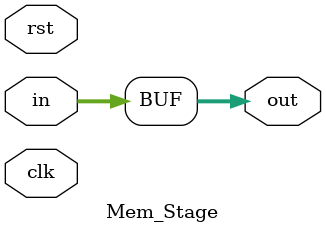
<source format=v>
module Mem_Stage #(parameter N = 32)(clk, rst, in, out);
    input clk, rst;
    input [N-1:0]in;
    output [N-1:0] out;
    assign out = in;
endmodule
</source>
